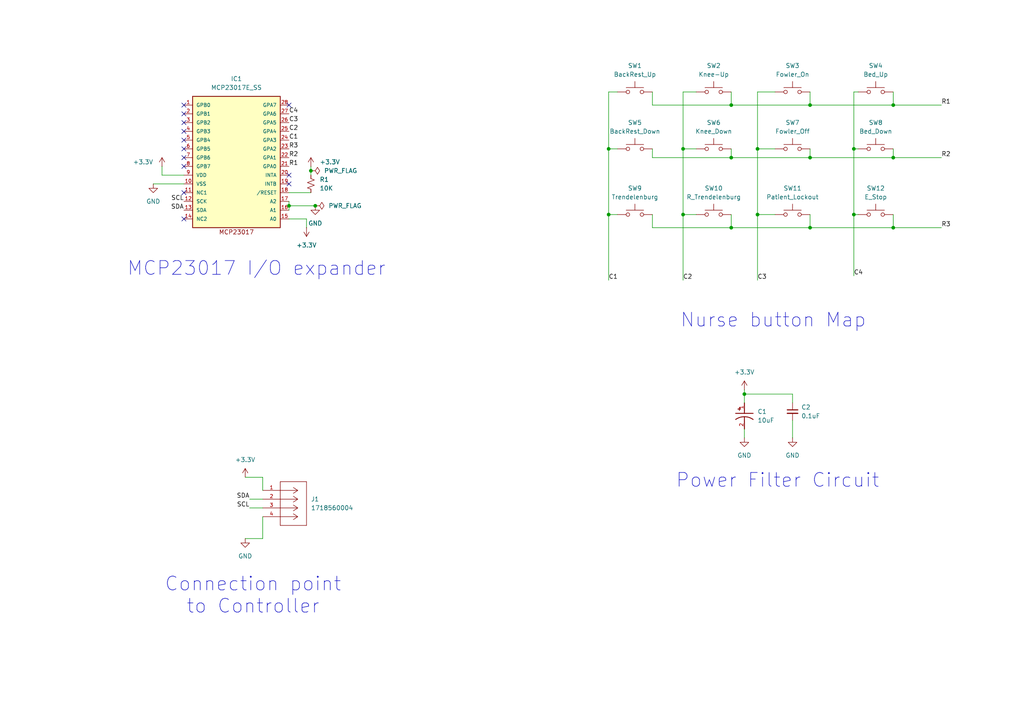
<source format=kicad_sch>
(kicad_sch (version 20250114) (generator "eeschema") (generator_version "9.0")
  (paper "A4")
  (title_block (title "Nurse Remote Controller") (date "2025-09-14") (rev "VER 1.0.0") (company "EDIC") (comment 1 "With MCP23017 QFP") (comment 2 "Made By Ronald Amaza"))
  (lib_symbols
    (symbol "1718560004:1718560004" (pin_names (offset 1.016))
      (property "Reference" "J" (at 4.1656 5.3086 0))
      (property "Value" "1718560004" (at 4.8006 -6.1214 0))
      (symbol "1718560004_0_0"
        (polyline (pts (xy 5.08 2.54) (xy 5.08 -10.16)) (stroke (width 0.1524)))
        (polyline (pts (xy 5.08 -10.16) (xy 12.7 -10.16)) (stroke (width 0.1524)))
        (polyline (pts (xy 10.16 0) (xy 5.08 0)) (stroke (width 0.1524)))
        (polyline (pts (xy 10.16 0) (xy 8.89 0.8382)) (stroke (width 0.1524)))
        (polyline (pts (xy 10.16 0) (xy 8.89 -0.8382)) (stroke (width 0.1524)))
        (polyline (pts (xy 10.16 -2.54) (xy 5.08 -2.54)) (stroke (width 0.1524)))
        (polyline (pts (xy 10.16 -2.54) (xy 8.89 -1.7018)) (stroke (width 0.1524)))
        (polyline (pts (xy 10.16 -2.54) (xy 8.89 -3.3782)) (stroke (width 0.1524)))
        (polyline (pts (xy 10.16 -5.08) (xy 5.08 -5.08)) (stroke (width 0.1524)))
        (polyline (pts (xy 10.16 -5.08) (xy 8.89 -4.2418)) (stroke (width 0.1524)))
        (polyline (pts (xy 10.16 -5.08) (xy 8.89 -5.9182)) (stroke (width 0.1524)))
        (polyline (pts (xy 10.16 -7.62) (xy 5.08 -7.62)) (stroke (width 0.1524)))
        (polyline (pts (xy 10.16 -7.62) (xy 8.89 -6.7818)) (stroke (width 0.1524)))
        (polyline (pts (xy 10.16 -7.62) (xy 8.89 -8.4582)) (stroke (width 0.1524)))
        (polyline (pts (xy 12.7 2.54) (xy 5.08 2.54)) (stroke (width 0.1524)))
        (polyline (pts (xy 12.7 -10.16) (xy 12.7 2.54)) (stroke (width 0.1524)))
        (pin passive line (at 0 0 0) (length 5.08) (name "~") (number "1"))
        (pin passive line (at 0 -2.54 0) (length 5.08) (name "~") (number "2"))
        (pin passive line (at 0 -5.08 0) (length 5.08) (name "~") (number "3"))
        (pin passive line (at 0 -7.62 0) (length 5.08) (name "~") (number "4"))
      )
    )
    (symbol "Device:C_Small" (pin_numbers (hide yes)) (pin_names (offset 0.254) (hide yes))
      (property "Reference" "C" (at 0.254 1.778 0))
      (property "Value" "C_Small" (at 0.254 -2.032 0))
      (symbol "C_Small_0_1"
        (polyline (pts (xy -1.524 0.508) (xy 1.524 0.508)) (stroke (width 0.3048)))
        (polyline (pts (xy -1.524 -0.508) (xy 1.524 -0.508)) (stroke (width 0.3302)))
      )
      (symbol "C_Small_1_1"
        (pin passive line (at 0 2.54 270) (length 2.032) (name "~") (number "1"))
        (pin passive line (at 0 -2.54 90) (length 2.032) (name "~") (number "2"))
      )
    )
    (symbol "Device:R_Small_US" (pin_numbers (hide yes)) (pin_names (offset 0.254) (hide yes))
      (property "Reference" "R" (at 0.762 0.508 0))
      (property "Value" "R_Small_US" (at 0.762 -1.016 0))
      (symbol "R_Small_US_1_1"
        (polyline (pts (xy 0 1.524) (xy 1.016 1.143) (xy 0 0.762) (xy -1.016 0.381) (xy 0 0)))
        (polyline (pts (xy 0 0) (xy 1.016 -0.381) (xy 0 -0.762) (xy -1.016 -1.143) (xy 0 -1.524)))
        (pin passive line (at 0 2.54 270) (length 1.016) (name "~") (number "1"))
        (pin passive line (at 0 -2.54 90) (length 1.016) (name "~") (number "2"))
      )
    )
    (symbol "EEFSX0D221ER:EEFSX0D221ER" (pin_names (offset 1.016))
      (property "Reference" "C" (at -5.08 3.81 0))
      (property "Value" "EEFSX0D221ER" (at -5.08 -5.088 0))
      (symbol "EEFSX0D221ER_0_0"
        (polyline (pts (xy -5.08 0) (xy -2.032 0)) (stroke (width 0.254)))
        (rectangle (start -3.713 -1.532) (end -2.824 -1.405) (stroke (width 0.1)) (fill (type outline)))
        (rectangle (start -3.332 -1.913) (end -3.205 -1.024) (stroke (width 0.1)) (fill (type outline)))
        (polyline (pts (xy -2.032 2.54) (xy -2.032 -2.54)) (stroke (width 0.254)))
        (polyline (pts (xy -1.016 0) (xy 2.54 0)) (stroke (width 0.254)))
        (arc (start -0.254 -2.54) (mid -1.0549 0) (end -0.254 2.54) (stroke (width 0.254)))
        (pin passive line (at -5.08 0 0) (length 2.54) (name "~") (number "1"))
        (pin passive line (at 2.54 0 180) (length 2.54) (name "~") (number "2"))
      )
    )
    (symbol "MCP23017E_SS:MCP23017E_SS" (pin_names (offset 1.016))
      (property "Reference" "IC1" (at 0 22.86 0))
      (property "Value" "MCP23017E_SS" (at 0 20.32 0))
      (symbol "MCP23017E_SS_0_0"
        (rectangle (start -12.7 -20.32) (end 12.7 17.78) (stroke (width 0.254)) (fill (type background)))
        (text "MCP23017" (at 0 -21.59 0) (effects (font (size 1.27 1.27))))
        (pin bidirectional line (at -15.24 15.24 0) (length 2.54) (name "GPB0") (number "1"))
        (pin bidirectional line (at -15.24 12.7 0) (length 2.54) (name "GPB1") (number "2"))
        (pin bidirectional line (at -15.24 10.16 0) (length 2.54) (name "GPB2") (number "3"))
        (pin bidirectional line (at -15.24 7.62 0) (length 2.54) (name "GPB3") (number "4"))
        (pin bidirectional line (at -15.24 5.08 0) (length 2.54) (name "GPB4") (number "5"))
        (pin bidirectional line (at -15.24 2.54 0) (length 2.54) (name "GPB5") (number "6"))
        (pin bidirectional line (at -15.24 0 0) (length 2.54) (name "GPB6") (number "7"))
        (pin bidirectional line (at -15.24 -2.54 0) (length 2.54) (name "GPB7") (number "8"))
        (pin bidirectional line (at -15.24 -10.16 0) (length 2.54) (name "NC1") (number "11"))
        (pin bidirectional line (at -15.24 -12.7 0) (length 2.54) (name "SCK") (number "12"))
        (pin bidirectional line (at -15.24 -15.24 0) (length 2.54) (name "SDA") (number "13"))
        (pin bidirectional line (at -15.24 -17.78 0) (length 2.54) (name "NC2") (number "14"))
        (pin bidirectional line (at 15.24 15.24 180) (length 2.54) (name "GPA7") (number "28"))
        (pin bidirectional line (at 15.24 12.7 180) (length 2.54) (name "GPA6") (number "27"))
        (pin bidirectional line (at 15.24 10.16 180) (length 2.54) (name "GPA5") (number "26"))
        (pin bidirectional line (at 15.24 7.62 180) (length 2.54) (name "GPA4") (number "25"))
        (pin bidirectional line (at 15.24 5.08 180) (length 2.54) (name "GPA3") (number "24"))
        (pin bidirectional line (at 15.24 2.54 180) (length 2.54) (name "GPA2") (number "23"))
        (pin bidirectional line (at 15.24 0 180) (length 2.54) (name "GPA1") (number "22"))
        (pin bidirectional line (at 15.24 -2.54 180) (length 2.54) (name "GPA0") (number "21"))
        (pin bidirectional line (at 15.24 -5.08 180) (length 2.54) (name "INTA") (number "20"))
        (pin bidirectional line (at 15.24 -7.62 180) (length 2.54) (name "INTB") (number "19"))
        (pin bidirectional line (at 15.24 -10.16 180) (length 2.54) (name "/RESET") (number "18"))
      )
      (symbol "MCP23017E_SS_1_0"
        (pin power_in line (at -15.24 -5.08 0) (length 2.54) (name "VDD") (number "9"))
        (pin power_in line (at -15.24 -7.62 0) (length 2.54) (name "VSS") (number "10"))
        (pin input line (at 15.24 -12.7 180) (length 2.54) (name "A2") (number "17"))
        (pin input line (at 15.24 -15.24 180) (length 2.54) (name "A1") (number "16"))
        (pin input line (at 15.24 -17.78 180) (length 2.54) (name "A0") (number "15"))
      )
    )
    (symbol "Switch:SW_Push" (pin_numbers (hide yes)) (pin_names (offset 1.016) (hide yes))
      (property "Reference" "SW" (at 1.27 2.54 0))
      (property "Value" "SW_Push" (at 0 -1.524 0))
      (symbol "SW_Push_0_1"
        (circle (center -2.032 0) (radius 0.508))
        (polyline (pts (xy 0 1.27) (xy 0 3.048)))
        (circle (center 2.032 0) (radius 0.508))
        (polyline (pts (xy 2.54 1.27) (xy -2.54 1.27)))
        (pin passive line (at -5.08 0 0) (length 2.54) (name "1") (number "1"))
        (pin passive line (at 5.08 0 180) (length 2.54) (name "2") (number "2"))
      )
    )
    (symbol "power:+3.3V" (power) (pin_numbers (hide yes)) (pin_names (offset 0) (hide yes))
      (property "Value" "+3.3V" (at 0 3.556 0))
      (symbol "+3.3V_0_1"
        (polyline (pts (xy -0.762 1.27) (xy 0 2.54)))
        (polyline (pts (xy 0 2.54) (xy 0.762 1.27)))
        (polyline (pts (xy 0 0) (xy 0 2.54)))
      )
      (symbol "+3.3V_1_1"
        (pin power_in line (at 0 0 90) (length 0) (name "~") (number "1"))
      )
    )
    (symbol "power:GND" (power) (pin_numbers (hide yes)) (pin_names (offset 0) (hide yes))
      (property "Value" "GND" (at 0 -3.81 0))
      (symbol "GND_0_1"
        (polyline (pts (xy 0 0) (xy 0 -1.27) (xy 1.27 -1.27) (xy 0 -2.54) (xy -1.27 -1.27) (xy 0 -1.27)))
      )
      (symbol "GND_1_1"
        (pin power_in line (at 0 0 270) (length 0) (name "~") (number "1"))
      )
    )
    (symbol "power:PWR_FLAG" (power) (pin_numbers (hide yes)) (pin_names (offset 0) (hide yes))
      (property "Value" "PWR_FLAG" (at 0 3.81 0))
      (symbol "PWR_FLAG_0_0"
        (pin power_out line (at 0 0 90) (length 0) (name "~") (number "1"))
      )
      (symbol "PWR_FLAG_0_1"
        (polyline (pts (xy 0 0) (xy 0 1.27) (xy -1.016 1.905) (xy 0 2.54) (xy 1.016 1.905) (xy 0 1.27)))
      )
    )
  )
  (text "Power Filter Circuit" (at 225.552 139.446 0) (effects (font (size 4 4))))
  (text "MCP23017 I/O expander\n" (at 74.422 77.978 0) (effects (font (size 4 4))))
  (text "Nurse button Map" (at 224.282 92.964 0) (effects (font (size 4 4))))
  (text "Connection point\nto Controller" (at 73.406 172.72 0) (effects (font (size 4 4))))
  (junction (at 215.9 114.3))
  (junction (at 259.08 30.48))
  (junction (at 176.53 43.18))
  (junction (at 91.44 59.69))
  (junction (at 212.09 30.48))
  (junction (at 176.53 62.23))
  (junction (at 259.08 66.04))
  (junction (at 212.09 45.72))
  (junction (at 234.95 66.04))
  (junction (at 90.17 49.53))
  (junction (at 247.65 62.23))
  (junction (at 234.95 45.72))
  (junction (at 198.12 62.23))
  (junction (at 83.82 59.69))
  (junction (at 219.71 62.23))
  (junction (at 219.71 43.18))
  (junction (at 212.09 66.04))
  (junction (at 198.12 43.18))
  (junction (at 234.95 30.48))
  (junction (at 259.08 45.72))
  (junction (at 247.65 43.18))
  (no_connect (at 53.34 38.1))
  (no_connect (at 53.34 55.88))
  (no_connect (at 53.34 35.56))
  (no_connect (at 53.34 40.64))
  (no_connect (at 83.82 50.8))
  (no_connect (at 53.34 45.72))
  (no_connect (at 53.34 43.18))
  (no_connect (at 53.34 33.02))
  (no_connect (at 53.34 63.5))
  (no_connect (at 53.34 48.26))
  (no_connect (at 83.82 30.48))
  (no_connect (at 83.82 53.34))
  (no_connect (at 53.34 30.48))
  (wire (pts (xy 215.9 113.03) (xy 215.9 114.3)))
  (wire (pts (xy 176.53 62.23) (xy 179.07 62.23)))
  (wire (pts (xy 219.71 62.23) (xy 219.71 81.28)))
  (wire (pts (xy 83.82 59.69) (xy 91.44 59.69)))
  (wire (pts (xy 90.17 48.26) (xy 90.17 49.53)))
  (wire (pts (xy 83.82 58.42) (xy 83.82 59.69)))
  (wire (pts (xy 219.71 26.67) (xy 219.71 43.18)))
  (wire (pts (xy 72.39 147.32) (xy 76.2 147.32)))
  (wire (pts (xy 234.95 66.04) (xy 259.08 66.04)))
  (wire (pts (xy 189.23 30.48) (xy 212.09 30.48)))
  (wire (pts (xy 247.65 43.18) (xy 248.92 43.18)))
  (wire (pts (xy 224.79 26.67) (xy 219.71 26.67)))
  (wire (pts (xy 212.09 66.04) (xy 234.95 66.04)))
  (wire (pts (xy 247.65 62.23) (xy 248.92 62.23)))
  (wire (pts (xy 247.65 62.23) (xy 247.65 80.01)))
  (wire (pts (xy 189.23 26.67) (xy 189.23 30.48)))
  (wire (pts (xy 198.12 43.18) (xy 201.93 43.18)))
  (wire (pts (xy 247.65 26.67) (xy 247.65 43.18)))
  (wire (pts (xy 71.12 138.43) (xy 76.2 138.43)))
  (wire (pts (xy 83.82 63.5) (xy 88.9 63.5)))
  (wire (pts (xy 189.23 43.18) (xy 189.23 45.72)))
  (wire (pts (xy 71.12 156.21) (xy 76.2 156.21)))
  (wire (pts (xy 83.82 55.88) (xy 90.17 55.88)))
  (wire (pts (xy 179.07 26.67) (xy 176.53 26.67)))
  (wire (pts (xy 212.09 62.23) (xy 212.09 66.04)))
  (wire (pts (xy 229.87 116.84) (xy 229.87 114.3)))
  (wire (pts (xy 44.45 53.34) (xy 53.34 53.34)))
  (wire (pts (xy 259.08 43.18) (xy 259.08 45.72)))
  (wire (pts (xy 229.87 121.92) (xy 229.87 127)))
  (wire (pts (xy 198.12 43.18) (xy 198.12 62.23)))
  (wire (pts (xy 189.23 62.23) (xy 189.23 66.04)))
  (wire (pts (xy 46.99 48.26) (xy 46.99 50.8)))
  (wire (pts (xy 198.12 26.67) (xy 198.12 43.18)))
  (wire (pts (xy 201.93 26.67) (xy 198.12 26.67)))
  (wire (pts (xy 198.12 62.23) (xy 201.93 62.23)))
  (wire (pts (xy 176.53 43.18) (xy 176.53 62.23)))
  (wire (pts (xy 234.95 45.72) (xy 259.08 45.72)))
  (wire (pts (xy 176.53 26.67) (xy 176.53 43.18)))
  (wire (pts (xy 83.82 59.69) (xy 83.82 60.96)))
  (wire (pts (xy 212.09 45.72) (xy 234.95 45.72)))
  (wire (pts (xy 234.95 30.48) (xy 259.08 30.48)))
  (wire (pts (xy 189.23 45.72) (xy 212.09 45.72)))
  (wire (pts (xy 176.53 43.18) (xy 179.07 43.18)))
  (wire (pts (xy 229.87 114.3) (xy 215.9 114.3)))
  (wire (pts (xy 219.71 43.18) (xy 224.79 43.18)))
  (wire (pts (xy 212.09 30.48) (xy 234.95 30.48)))
  (wire (pts (xy 259.08 30.48) (xy 273.05 30.48)))
  (wire (pts (xy 76.2 156.21) (xy 76.2 149.86)))
  (wire (pts (xy 259.08 66.04) (xy 273.05 66.04)))
  (wire (pts (xy 259.08 45.72) (xy 273.05 45.72)))
  (wire (pts (xy 234.95 62.23) (xy 234.95 66.04)))
  (wire (pts (xy 88.9 63.5) (xy 88.9 66.04)))
  (wire (pts (xy 212.09 43.18) (xy 212.09 45.72)))
  (wire (pts (xy 248.92 26.67) (xy 247.65 26.67)))
  (wire (pts (xy 72.39 144.78) (xy 76.2 144.78)))
  (wire (pts (xy 46.99 50.8) (xy 53.34 50.8)))
  (wire (pts (xy 212.09 26.67) (xy 212.09 30.48)))
  (wire (pts (xy 234.95 26.67) (xy 234.95 30.48)))
  (wire (pts (xy 259.08 26.67) (xy 259.08 30.48)))
  (wire (pts (xy 76.2 138.43) (xy 76.2 142.24)))
  (wire (pts (xy 90.17 49.53) (xy 90.17 50.8)))
  (wire (pts (xy 215.9 114.3) (xy 215.9 116.84)))
  (wire (pts (xy 219.71 43.18) (xy 219.71 62.23)))
  (wire (pts (xy 198.12 62.23) (xy 198.12 81.28)))
  (wire (pts (xy 224.79 62.23) (xy 219.71 62.23)))
  (wire (pts (xy 247.65 43.18) (xy 247.65 62.23)))
  (wire (pts (xy 215.9 124.46) (xy 215.9 127)))
  (wire (pts (xy 259.08 62.23) (xy 259.08 66.04)))
  (wire (pts (xy 234.95 43.18) (xy 234.95 45.72)))
  (wire (pts (xy 176.53 62.23) (xy 176.53 81.28)))
  (wire (pts (xy 189.23 66.04) (xy 212.09 66.04)))
  (label "SCL" (at 53.34 58.42 180))
  (label "C1" (at 176.53 81.28 0))
  (label "C4" (at 247.65 80.01 0))
  (label "C4" (at 83.82 33.02 0))
  (label "C1" (at 83.82 40.64 0))
  (label "SCL" (at 72.39 147.32 180))
  (label "R3" (at 83.82 43.18 0))
  (label "R2" (at 273.05 45.72 0))
  (label "R1" (at 273.05 30.48 0))
  (label "C3" (at 83.82 35.56 0))
  (label "SDA" (at 53.34 60.96 180))
  (label "R2" (at 83.82 45.72 0))
  (label "SDA" (at 72.39 144.78 180))
  (label "C2" (at 198.12 81.28 0))
  (label "R3" (at 273.05 66.04 0))
  (label "C2" (at 83.82 38.1 0))
  (label "C3" (at 219.71 81.28 0))
  (label "R1" (at 83.82 48.26 0))
  (symbol (lib_id "power:PWR_FLAG") (at 91.44 59.69 270) (unit 1)
    (property "Reference" "#FLG01" (effects (hide yes)))
    (property "Value" "PWR_FLAG" (at 95.25 59.6899 90) (effects (justify left)))
    (property "Description" "Special symbol for telling ERC where power comes from" (effects (hide yes)))
  )
  (symbol (lib_id "Switch:SW_Push") (at 184.15 26.67 0) (unit 1)
    (property "Reference" "SW1" (at 184.15 19.05 0))
    (property "Value" "BackRest_Up" (at 184.15 21.59 0))
    (property "Footprint" "Button_Switch_THT:SW_PUSH_6mm" (effects (hide yes)))
    (property "Description" "Push button switch, generic, two pins" (effects (hide yes)))
  )
  (symbol (lib_id "Switch:SW_Push") (at 229.87 43.18 0) (unit 1)
    (property "Reference" "SW7" (at 229.87 35.56 0))
    (property "Value" "Fowler_Off" (at 229.87 38.1 0))
    (property "Footprint" "Button_Switch_THT:SW_PUSH_6mm" (effects (hide yes)))
    (property "Description" "Push button switch, generic, two pins" (effects (hide yes)))
  )
  (symbol (lib_id "power:+3.3V") (at 88.9 66.04 180) (unit 1)
    (property "Reference" "#PWR010" (effects (hide yes)))
    (property "Value" "+3.3V" (at 88.9 71.12 0))
    (property "Description" "Power symbol creates a global label with name \"+3.3V\"" (effects (hide yes)))
  )
  (symbol (lib_id "power:GND") (at 71.12 156.21 0) (unit 1)
    (property "Reference" "#PWR04" (effects (hide yes)))
    (property "Value" "GND" (at 71.12 161.29 0))
    (property "Description" "Power symbol creates a global label with name \"GND\" , ground" (effects (hide yes)))
  )
  (symbol (lib_id "power:+3.3V") (at 46.99 48.26 0) (mirror y) (unit 1)
    (property "Reference" "#PWR011" (effects (hide yes)))
    (property "Value" "+3.3V" (at 44.45 46.9899 0) (effects (justify left)))
    (property "Description" "Power symbol creates a global label with name \"+3.3V\"" (effects (hide yes)))
  )
  (symbol (lib_id "Switch:SW_Push") (at 229.87 26.67 0) (unit 1)
    (property "Reference" "SW3" (at 229.87 19.05 0))
    (property "Value" "Fowler_On" (at 229.87 21.59 0))
    (property "Footprint" "Button_Switch_THT:SW_PUSH_6mm" (effects (hide yes)))
    (property "Description" "Push button switch, generic, two pins" (effects (hide yes)))
  )
  (symbol (lib_id "power:GND") (at 215.9 127 0) (unit 1)
    (property "Reference" "#PWR09" (effects (hide yes)))
    (property "Value" "GND" (at 215.9 132.08 0))
    (property "Description" "Power symbol creates a global label with name \"GND\" , ground" (effects (hide yes)))
  )
  (symbol (lib_id "MCP23017E_SS:MCP23017E_SS") (at 68.58 45.72 0) (unit 1)
    (property "Reference" "IC1" (at 68.58 22.86 0))
    (property "Value" "MCP23017E_SS" (at 68.58 25.4 0))
    (property "Footprint" "custom_footprints:SSOP28" (effects (hide yes)))
    (property "MF" "Microchip Technology" (effects (hide yes)))
    (property "Description_1" "16-Bit Input/Output Expander, I2C Interface, PB-Free, SSOP-28 | Microchip Technology Inc. MCP23017-E/SS" (effects (hide yes)))
    (property "Package" "SSOP-28 Microchip" (effects (hide yes)))
    (property "Price" "None" (effects (hide yes)))
    (property "SnapEDA_Link" "https://www.snapeda.com/parts/MCP23017-E/SS/Microchip+Technology/view-part/?ref=snap" (effects (hide yes)))
    (property "MP" "MCP23017-E/SS" (effects (hide yes)))
    (property "Availability" "In Stock" (effects (hide yes)))
    (property "Check_prices" "https://www.snapeda.com/parts/MCP23017-E/SS/Microchip+Technology/view-part/?ref=eda" (effects (hide yes)))
  )
  (symbol (lib_id "Switch:SW_Push") (at 184.15 43.18 0) (unit 1)
    (property "Reference" "SW5" (at 184.15 35.56 0))
    (property "Value" "BackRest_Down" (at 184.15 38.1 0))
    (property "Footprint" "Button_Switch_THT:SW_PUSH_6mm" (effects (hide yes)))
    (property "Description" "Push button switch, generic, two pins" (effects (hide yes)))
  )
  (symbol (lib_id "Device:R_Small_US") (at 90.17 53.34 0) (unit 1)
    (property "Reference" "R1" (at 92.71 52.0699 0) (effects (justify left)))
    (property "Value" "10K" (at 92.71 54.6099 0) (effects (justify left)))
    (property "Footprint" "Resistor_SMD:R_0603_1608Metric" (effects (hide yes)))
    (property "Description" "Resistor, small US symbol" (effects (hide yes)))
  )
  (symbol (lib_id "power:+3.3V") (at 71.12 138.43 0) (unit 1)
    (property "Reference" "#PWR08" (effects (hide yes)))
    (property "Value" "+3.3V" (at 71.12 133.35 0))
    (property "Description" "Power symbol creates a global label with name \"+3.3V\"" (effects (hide yes)))
  )
  (symbol (lib_id "Device:C_Small") (at 229.87 119.38 0) (unit 1)
    (property "Reference" "C2" (at 232.41 118.1162 0) (effects (justify left)))
    (property "Value" "0.1uF" (at 232.41 120.6562 0) (effects (justify left)))
    (property "Footprint" "Capacitor_SMD:C_0603_1608Metric" (effects (hide yes)))
    (property "Description" "Unpolarized capacitor, small symbol" (effects (hide yes)))
  )
  (symbol (lib_id "Switch:SW_Push") (at 207.01 26.67 0) (unit 1)
    (property "Reference" "SW2" (at 207.01 19.05 0))
    (property "Value" "Knee-Up" (at 207.01 21.59 0))
    (property "Footprint" "Button_Switch_THT:SW_PUSH_6mm" (effects (hide yes)))
    (property "Description" "Push button switch, generic, two pins" (effects (hide yes)))
  )
  (symbol (lib_id "EEFSX0D221ER:EEFSX0D221ER") (at 215.9 121.92 270) (unit 1)
    (property "Reference" "C1" (at 219.71 119.3799 90) (effects (justify left)))
    (property "Value" "10uF" (at 219.71 121.9199 90) (effects (justify left)))
    (property "Footprint" "custom_footprints:CAP_EEFSX0D221ER" (effects (hide yes)))
    (property "Description" "Polarized capacitor" (effects (hide yes)))
    (property "MF" "Panasonic" (effects (hide yes)))
    (property "MAXIMUM_PACKAGE_HEIGHT" "1.9 mm" (effects (hide yes)))
    (property "Package" "SMD Panasonic" (effects (hide yes)))
    (property "Price" "None" (effects (hide yes)))
    (property "Check_prices" "https://www.snapeda.com/parts/EEFSX0D221ER/Panasonic/view-part/?ref=eda" (effects (hide yes)))
    (property "STANDARD" "Manufacturer Recommendations" (effects (hide yes)))
    (property "PARTREV" "1-Oct-19" (effects (hide yes)))
    (property "SnapEDA_Link" "https://www.snapeda.com/parts/EEFSX0D221ER/Panasonic/view-part/?ref=snap" (effects (hide yes)))
    (property "MP" "EEFSX0D221ER" (effects (hide yes)))
    (property "Description_1" "Cap Aluminum Polymer 220uF 2VDC 20% (7.3 X 4.3 X 1.9mm) SMD 0.009 Ohm 6300mA 2000h 105C T/R" (effects (hide yes)))
    (property "Availability" "In Stock" (effects (hide yes)))
    (property "MANUFACTURER" "Panasonic" (effects (hide yes)))
  )
  (symbol (lib_id "power:GND") (at 44.45 53.34 0) (unit 1)
    (property "Reference" "#PWR03" (effects (hide yes)))
    (property "Value" "GND" (at 44.45 58.42 0))
    (property "Description" "Power symbol creates a global label with name \"GND\" , ground" (effects (hide yes)))
  )
  (symbol (lib_id "power:PWR_FLAG") (at 90.17 49.53 270) (unit 1)
    (property "Reference" "#FLG02" (effects (hide yes)))
    (property "Value" "PWR_FLAG" (at 93.98 49.5299 90) (effects (justify left)))
    (property "Description" "Special symbol for telling ERC where power comes from" (effects (hide yes)))
  )
  (symbol (lib_id "1718560004:1718560004") (at 76.2 142.24 0) (unit 1)
    (property "Reference" "J1" (at 90.17 144.7799 0) (effects (justify left)))
    (property "Value" "1718560004" (at 90.17 147.3199 0) (effects (justify left)))
    (property "Footprint" "custom_footprints:CONN04_1718560004_MOL" (effects (hide yes)))
    (property "MF" "Molex" (effects (hide yes)))
    (property "Description_1" "Connector Header Through Hole 4 position 0.100 (2.54mm)" (effects (hide yes)))
    (property "Package" "None" (effects (hide yes)))
    (property "Price" "None" (effects (hide yes)))
    (property "Check_prices" "https://www.snapeda.com/parts/1718560004/Molex/view-part/?ref=eda" (effects (hide yes)))
    (property "Availability" "In Stock" (effects (hide yes)))
    (property "SnapEDA_Link" "https://www.snapeda.com/parts/1718560004/Molex/view-part/?ref=snap" (effects (hide yes)))
    (property "MP" "1718560004" (effects (hide yes)))
    (property "MFR_NAME" "Molex Connector Corporation" (effects (hide yes)))
    (property "MANUFACTURER_PART_NUMBER" "1718560004" (effects (hide yes)))
  )
  (symbol (lib_id "power:GND") (at 229.87 127 0) (unit 1)
    (property "Reference" "#PWR06" (effects (hide yes)))
    (property "Value" "GND" (at 229.87 132.08 0))
    (property "Description" "Power symbol creates a global label with name \"GND\" , ground" (effects (hide yes)))
  )
  (symbol (lib_id "Switch:SW_Push") (at 184.15 62.23 0) (unit 1)
    (property "Reference" "SW9" (at 184.15 54.61 0))
    (property "Value" "Trendelenburg" (at 184.15 57.15 0))
    (property "Footprint" "Button_Switch_THT:SW_PUSH_6mm" (effects (hide yes)))
    (property "Description" "Push button switch, generic, two pins" (effects (hide yes)))
  )
  (symbol (lib_id "Switch:SW_Push") (at 254 26.67 0) (unit 1)
    (property "Reference" "SW4" (at 254 19.05 0))
    (property "Value" "Bed_Up" (at 254 21.59 0))
    (property "Footprint" "Button_Switch_THT:SW_PUSH_6mm" (effects (hide yes)))
    (property "Description" "Push button switch, generic, two pins" (effects (hide yes)))
  )
  (symbol (lib_id "Switch:SW_Push") (at 229.87 62.23 0) (unit 1)
    (property "Reference" "SW11" (at 229.87 54.61 0))
    (property "Value" "Patient_Lockout" (at 229.87 57.15 0))
    (property "Footprint" "Button_Switch_THT:SW_PUSH_6mm" (effects (hide yes)))
    (property "Description" "Push button switch, generic, two pins" (effects (hide yes)))
  )
  (symbol (lib_id "power:GND") (at 91.44 59.69 0) (unit 1)
    (property "Reference" "#PWR02" (effects (hide yes)))
    (property "Value" "GND" (at 91.44 64.77 0))
    (property "Description" "Power symbol creates a global label with name \"GND\" , ground" (effects (hide yes)))
  )
  (symbol (lib_id "Switch:SW_Push") (at 254 43.18 0) (unit 1)
    (property "Reference" "SW8" (at 254 35.56 0))
    (property "Value" "Bed_Down" (at 254 38.1 0))
    (property "Footprint" "Button_Switch_THT:SW_PUSH_6mm" (effects (hide yes)))
    (property "Description" "Push button switch, generic, two pins" (effects (hide yes)))
  )
  (symbol (lib_id "power:+3.3V") (at 90.17 48.26 0) (unit 1)
    (property "Reference" "#PWR01" (effects (hide yes)))
    (property "Value" "+3.3V" (at 92.71 46.9899 0) (effects (justify left)))
    (property "Description" "Power symbol creates a global label with name \"+3.3V\"" (effects (hide yes)))
  )
  (symbol (lib_id "Switch:SW_Push") (at 207.01 62.23 0) (unit 1)
    (property "Reference" "SW10" (at 207.01 54.61 0))
    (property "Value" "R_Trendelenburg" (at 207.01 57.15 0))
    (property "Footprint" "Button_Switch_THT:SW_PUSH_6mm" (effects (hide yes)))
    (property "Description" "Push button switch, generic, two pins" (effects (hide yes)))
  )
  (symbol (lib_id "power:+3.3V") (at 215.9 113.03 0) (unit 1)
    (property "Reference" "#PWR05" (effects (hide yes)))
    (property "Value" "+3.3V" (at 215.9 107.95 0))
    (property "Description" "Power symbol creates a global label with name \"+3.3V\"" (effects (hide yes)))
  )
  (symbol (lib_id "Switch:SW_Push") (at 254 62.23 0) (unit 1)
    (property "Reference" "SW12" (at 254 54.61 0))
    (property "Value" "E_Stop" (at 254 57.15 0))
    (property "Footprint" "Button_Switch_THT:SW_PUSH_6mm" (effects (hide yes)))
    (property "Description" "Push button switch, generic, two pins" (effects (hide yes)))
  )
  (symbol (lib_id "Switch:SW_Push") (at 207.01 43.18 0) (unit 1)
    (property "Reference" "SW6" (at 207.01 35.56 0))
    (property "Value" "Knee_Down" (at 207.01 38.1 0))
    (property "Footprint" "Button_Switch_THT:SW_PUSH_6mm" (effects (hide yes)))
    (property "Description" "Push button switch, generic, two pins" (effects (hide yes)))
  )
)
</source>
